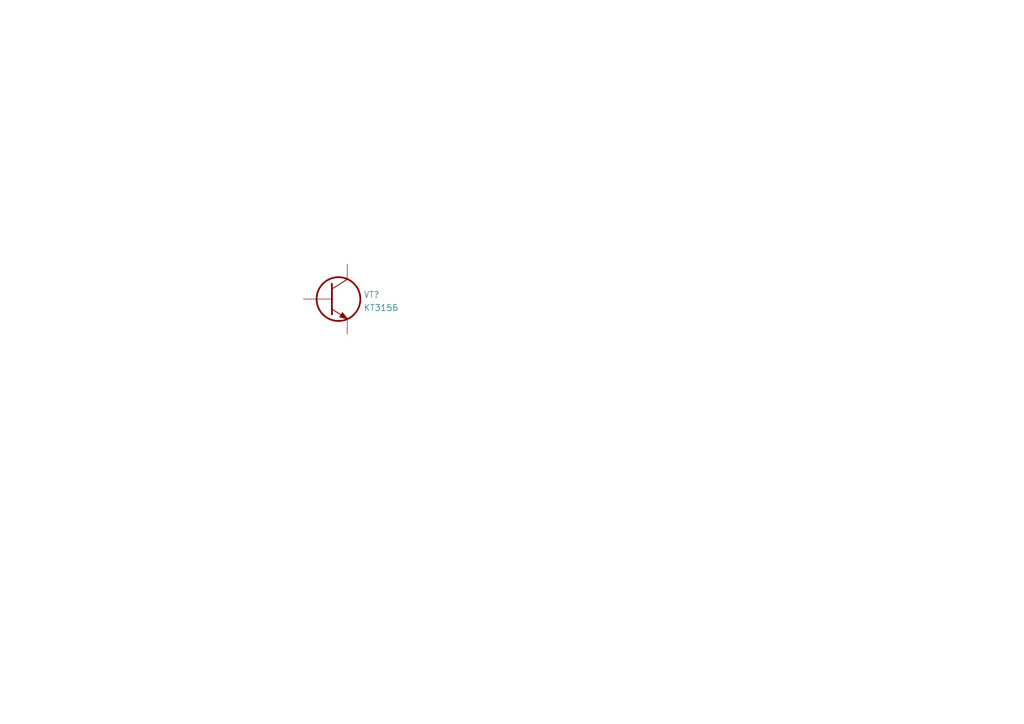
<source format=kicad_sch>
(kicad_sch (version 20211123) (generator eeschema)
  (paper "A4")
  (title_block (title "АКВ-МП, Плата входная (ПВ)") (date "2022-07-06"))
  (lib_symbols
    (symbol "Transistors:КТ315Б" (pin_names (offset 0))
      (property "Reference" "VT" (at 0 8.89 0))
      (property "Value" "КТ315Б" (at 0 -8.89 0))
      (symbol "КТ315Б_0_1"
        (polyline (pts (xy -10.16 0) (xy -1.905 0)))
        (polyline (pts (xy -1.905 -2.921) (xy 2.54 -5.715)) (stroke (width 0.254)))
        (polyline (pts (xy 2.54 -5.715) (xy 2.54 -10.16)))
        (polyline (pts (xy 2.54 5.715) (xy -1.905 2.921)) (stroke (width 0.254)))
        (polyline (pts (xy 2.54 10.16) (xy 2.54 5.715)))
        (polyline (pts (xy 2.54 -5.715) (xy 0.381 -5.207) (xy 1.143 -3.937) (xy 2.54 -5.715)) (stroke (width 0.254)) (fill (type outline)))
        (circle (center 0 0) (radius 6.35) (stroke (width 0.508)))
      )
      (symbol "КТ315Б_1_1"
        (polyline (pts (xy -1.905 4.445) (xy -1.905 -4.445)) (stroke (width 0.508)))
        (pin passive line (at 2.54 -10.16 90) (length 2.54) hide (name "E") (number "1"))
        (pin passive line (at 2.54 10.16 270) (length 2.54) hide (name "C") (number "2"))
        (pin passive line (at -10.16 0 0) (length 2.54) hide (name "B") (number "3"))
      )
    )
  )
  (symbol (lib_id "Transistors:КТ315Б") (at 98.171 86.741 0) (unit 1)
    (property "Reference" "VT?" (at 105.41 85.471 0) (effects (font (size 1.778 1.778)) (justify left)))
    (property "Value" "КТ315Б" (at 105.41 89.281 0) (effects (font (size 1.778 1.778)) (justify left)))
    (property "Footprint" "Soviet:КТ-13" (effects hide))
  )
)
</source>
